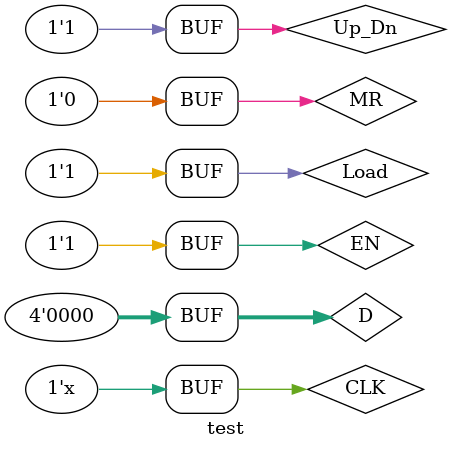
<source format=v>
`timescale 1ns / 1ps


module test;

	// Inputs
	reg MR;
	reg Load;
	reg EN;
	reg CLK;
	reg [3:0] D;
	reg Up_Dn;

	// Outputs
	wire [3:0] Q;
	wire CO;
	
	always
	 #50CLK=~CLK;
	// Instantiate the Unit Under Test (UUT)
	demo13 uut (
		.MR(MR), 
		.Load(Load), 
		.EN(EN), 
		.CLK(CLK), 
		.Q(Q), 
		.CO(CO), 
		.D(D), 
		.Up_Dn(Up_Dn)
	);

	initial begin
		// Initialize Inputs
		MR = 0;
		Load = 0;
		EN = 0;
		CLK = 0;
		D = 0;
		Up_Dn = 0;

		// Wait 100 ns for global reset to finish
		#100;
        
		// Add stimulus here
		MR = 1;
		Load = 0;
		EN = 0;
		D = 0;
		Up_Dn = 0;

		// Wait 100 ns for global reset to finish
		#100;
		MR = 0;
		Load = 0;
		EN = 0;
		D = 4'b1111;
		Up_Dn = 0;

		// Wait 100 ns for global reset to finish
		#100;
		MR = 0;
		Load = 1;
		EN = 1;
		D = 4'b0000;
		Up_Dn = 0;

		// Wait 100 ns for global reset to finish
		#100;
		MR = 0;
		Load = 1;
		EN = 0;
		D = 0;
		Up_Dn = 0;

		// Wait 100 ns for global reset to finish
		#100;
		MR = 1;
		Load = 0;
		EN = 0;
		D = 0;
		Up_Dn = 0;

		// Wait 100 ns for global reset to finish
		#100;
		MR = 0;
		Load = 0;
		EN = 0;
		D = 4'b0000;
		Up_Dn = 0;

		// Wait 100 ns for global reset to finish
		#100;
		MR = 0;
		Load = 1;
		EN = 1;
		D = 0;
		Up_Dn = 1;

		// Wait 100 ns for global reset to finish
		#100;
		MR = 0;
		Load = 1;
		EN = 1;
		D = 0;
		Up_Dn = 1;

		// Wait 100 ns for global reset to finish
		#100;
		MR = 0;
		Load = 1;
		EN = 1;
		D = 0;
		Up_Dn = 1;

		// Wait 100 ns for global reset to finish
		#100;

	end
      
endmodule


</source>
